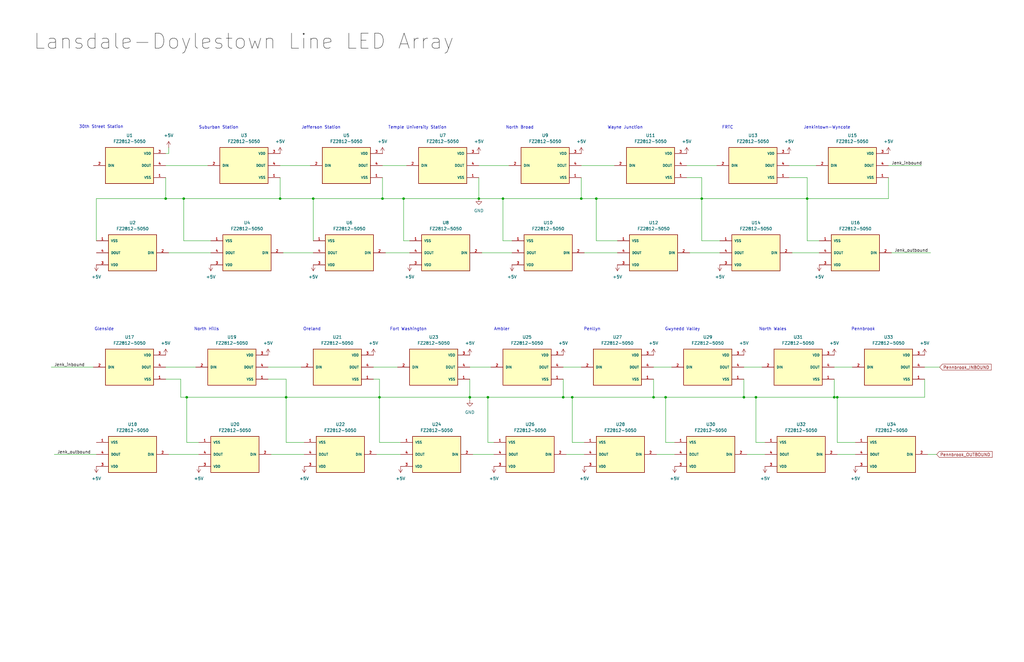
<source format=kicad_sch>
(kicad_sch (version 20231120) (generator "eeschema") (generator_version "8.0")
  (paper "B")
  (title_block (title "Lansdale Doylestown Line LED Array"))
  (lib_symbols
    (symbol "TrainTrackr-lib:FZ2812-5050" (pin_names (offset 1.016))
      (property "Reference" "U" (at -10.16 7.62 0))
      (property "Value" "FZ2812-5050" (at -10.16 -10.16 0))
      (symbol "FZ2812-5050_0_0"
        (rectangle (start -10.16 -7.62) (end 10.16 7.62) (stroke (width 0.254)) (fill (type background)))
        (pin power_in line (at 15.24 -5.08 180) (length 5.08) (name "VSS") (number "1"))
        (pin input line (at -15.24 0 0) (length 5.08) (name "DIN") (number "2"))
        (pin power_in line (at 15.24 5.08 180) (length 5.08) (name "VDD") (number "3"))
        (pin output line (at 15.24 0 180) (length 5.08) (name "DOUT") (number "4"))
      )
    )
    (symbol "power:+5V" (power) (pin_numbers hide) (pin_names (offset 0) hide)
      (property "Value" "+5V" (at 0 3.556 0))
      (symbol "+5V_0_1"
        (polyline (pts (xy -0.762 1.27) (xy 0 2.54)))
        (polyline (pts (xy 0 0) (xy 0 2.54)))
        (polyline (pts (xy 0 2.54) (xy 0.762 1.27)))
      )
      (symbol "+5V_1_1"
        (pin power_in line (at 0 0 90) (length 0) (name "~") (number "1"))
      )
    )
    (symbol "power:GND" (power) (pin_numbers hide) (pin_names (offset 0) hide)
      (property "Value" "GND" (at 0 -3.81 0))
      (symbol "GND_0_1"
        (polyline (pts (xy 0 0) (xy 0 -1.27) (xy 1.27 -1.27) (xy 0 -2.54) (xy -1.27 -1.27) (xy 0 -1.27)))
      )
      (symbol "GND_1_1"
        (pin power_in line (at 0 0 270) (length 0) (name "~") (number "1"))
      )
    )
  )
  (junction (at 318.77 167.64))
  (junction (at 237.49 167.64))
  (junction (at 241.3 167.64))
  (junction (at 275.59 167.64))
  (junction (at 353.06 167.64))
  (junction (at 351.79 167.64))
  (junction (at 170.18 83.82))
  (junction (at 118.11 83.82))
  (junction (at 313.69 167.64))
  (junction (at 205.74 167.64))
  (junction (at 245.11 83.82))
  (junction (at 201.93 83.82))
  (junction (at 198.12 167.64))
  (junction (at 132.08 83.82))
  (junction (at 280.67 167.64))
  (junction (at 251.46 83.82))
  (junction (at 77.47 83.82))
  (junction (at 212.09 83.82))
  (junction (at 340.36 83.82))
  (junction (at 161.29 83.82))
  (junction (at 69.85 83.82))
  (junction (at 160.02 167.64))
  (junction (at 120.65 167.64))
  (junction (at 78.74 167.64))
  (junction (at 295.91 83.82))
  (wire (pts (xy 275.59 167.64) (xy 241.3 167.64)))
  (wire (pts (xy 161.29 83.82) (xy 170.18 83.82)))
  (wire (pts (xy 160.02 186.69) (xy 160.02 167.64)))
  (wire (pts (xy 245.11 74.93) (xy 245.11 83.82)))
  (wire (pts (xy 120.65 167.64) (xy 160.02 167.64)))
  (wire (pts (xy 318.77 167.64) (xy 313.69 167.64)))
  (wire (pts (xy 161.29 74.93) (xy 161.29 83.82)))
  (wire (pts (xy 71.12 62.23) (xy 71.12 64.77)))
  (wire (pts (xy 71.12 64.77) (xy 69.85 64.77)))
  (wire (pts (xy 201.93 83.82) (xy 212.09 83.82)))
  (wire (pts (xy 389.89 154.94) (xy 396.24 154.94)))
  (wire (pts (xy 201.93 74.93) (xy 201.93 83.82)))
  (wire (pts (xy 351.79 154.94) (xy 359.41 154.94)))
  (wire (pts (xy 295.91 83.82) (xy 251.46 83.82)))
  (wire (pts (xy 245.11 69.85) (xy 259.08 69.85)))
  (wire (pts (xy 318.77 186.69) (xy 318.77 167.64)))
  (wire (pts (xy 374.65 83.82) (xy 340.36 83.82)))
  (wire (pts (xy 78.74 167.64) (xy 120.65 167.64)))
  (wire (pts (xy 40.64 101.6) (xy 40.64 83.82)))
  (wire (pts (xy 332.74 74.93) (xy 340.36 74.93)))
  (wire (pts (xy 276.86 191.77) (xy 284.48 191.77)))
  (wire (pts (xy 251.46 101.6) (xy 251.46 83.82)))
  (wire (pts (xy 198.12 167.64) (xy 198.12 168.91)))
  (wire (pts (xy 168.91 186.69) (xy 160.02 186.69)))
  (wire (pts (xy 374.65 69.85) (xy 388.62 69.85)))
  (wire (pts (xy 118.11 83.82) (xy 132.08 83.82)))
  (wire (pts (xy 314.96 191.77) (xy 322.58 191.77)))
  (wire (pts (xy 237.49 154.94) (xy 245.11 154.94)))
  (wire (pts (xy 157.48 154.94) (xy 167.64 154.94)))
  (wire (pts (xy 289.56 69.85) (xy 302.26 69.85)))
  (wire (pts (xy 275.59 154.94) (xy 283.21 154.94)))
  (wire (pts (xy 76.2 167.64) (xy 78.74 167.64)))
  (wire (pts (xy 199.39 191.77) (xy 208.28 191.77)))
  (wire (pts (xy 374.65 74.93) (xy 374.65 83.82)))
  (wire (pts (xy 280.67 186.69) (xy 280.67 167.64)))
  (wire (pts (xy 280.67 167.64) (xy 275.59 167.64)))
  (wire (pts (xy 88.9 101.6) (xy 77.47 101.6)))
  (wire (pts (xy 77.47 83.82) (xy 118.11 83.82)))
  (wire (pts (xy 289.56 74.93) (xy 295.91 74.93)))
  (wire (pts (xy 275.59 160.02) (xy 275.59 167.64)))
  (wire (pts (xy 76.2 160.02) (xy 76.2 167.64)))
  (wire (pts (xy 113.03 160.02) (xy 120.65 160.02)))
  (wire (pts (xy 119.38 106.68) (xy 132.08 106.68)))
  (wire (pts (xy 237.49 160.02) (xy 237.49 167.64)))
  (wire (pts (xy 353.06 167.64) (xy 351.79 167.64)))
  (wire (pts (xy 313.69 160.02) (xy 313.69 167.64)))
  (wire (pts (xy 170.18 101.6) (xy 170.18 83.82)))
  (wire (pts (xy 303.53 101.6) (xy 295.91 101.6)))
  (wire (pts (xy 375.92 106.68) (xy 392.43 106.68)))
  (wire (pts (xy 340.36 83.82) (xy 295.91 83.82)))
  (wire (pts (xy 212.09 83.82) (xy 245.11 83.82)))
  (wire (pts (xy 351.79 160.02) (xy 351.79 167.64)))
  (wire (pts (xy 158.75 191.77) (xy 168.91 191.77)))
  (wire (pts (xy 22.86 191.77) (xy 40.64 191.77)))
  (wire (pts (xy 389.89 167.64) (xy 353.06 167.64)))
  (wire (pts (xy 120.65 167.64) (xy 120.65 186.69)))
  (wire (pts (xy 198.12 154.94) (xy 207.01 154.94)))
  (wire (pts (xy 40.64 83.82) (xy 69.85 83.82)))
  (wire (pts (xy 237.49 167.64) (xy 205.74 167.64)))
  (wire (pts (xy 295.91 74.93) (xy 295.91 83.82)))
  (wire (pts (xy 389.89 160.02) (xy 389.89 167.64)))
  (wire (pts (xy 313.69 167.64) (xy 280.67 167.64)))
  (wire (pts (xy 71.12 191.77) (xy 83.82 191.77)))
  (wire (pts (xy 340.36 101.6) (xy 340.36 83.82)))
  (wire (pts (xy 69.85 154.94) (xy 82.55 154.94)))
  (wire (pts (xy 201.93 69.85) (xy 214.63 69.85)))
  (wire (pts (xy 172.72 101.6) (xy 170.18 101.6)))
  (wire (pts (xy 69.85 160.02) (xy 76.2 160.02)))
  (wire (pts (xy 205.74 186.69) (xy 205.74 167.64)))
  (wire (pts (xy 295.91 101.6) (xy 295.91 83.82)))
  (wire (pts (xy 391.16 191.77) (xy 394.97 191.77)))
  (wire (pts (xy 113.03 154.94) (xy 127 154.94)))
  (wire (pts (xy 78.74 186.69) (xy 78.74 167.64)))
  (wire (pts (xy 284.48 186.69) (xy 280.67 186.69)))
  (wire (pts (xy 215.9 101.6) (xy 212.09 101.6)))
  (wire (pts (xy 162.56 106.68) (xy 172.72 106.68)))
  (wire (pts (xy 313.69 154.94) (xy 321.31 154.94)))
  (wire (pts (xy 353.06 186.69) (xy 353.06 167.64)))
  (wire (pts (xy 160.02 167.64) (xy 198.12 167.64)))
  (wire (pts (xy 205.74 167.64) (xy 198.12 167.64)))
  (wire (pts (xy 114.3 191.77) (xy 128.27 191.77)))
  (wire (pts (xy 69.85 83.82) (xy 77.47 83.82)))
  (wire (pts (xy 208.28 186.69) (xy 205.74 186.69)))
  (wire (pts (xy 71.12 106.68) (xy 88.9 106.68)))
  (wire (pts (xy 132.08 83.82) (xy 161.29 83.82)))
  (wire (pts (xy 360.68 186.69) (xy 353.06 186.69)))
  (wire (pts (xy 251.46 83.82) (xy 245.11 83.82)))
  (wire (pts (xy 345.44 101.6) (xy 340.36 101.6)))
  (wire (pts (xy 160.02 160.02) (xy 160.02 167.64)))
  (wire (pts (xy 170.18 83.82) (xy 201.93 83.82)))
  (wire (pts (xy 118.11 74.93) (xy 118.11 83.82)))
  (wire (pts (xy 334.01 106.68) (xy 345.44 106.68)))
  (wire (pts (xy 238.76 191.77) (xy 246.38 191.77)))
  (wire (pts (xy 241.3 186.69) (xy 241.3 167.64)))
  (wire (pts (xy 203.2 106.68) (xy 215.9 106.68)))
  (wire (pts (xy 69.85 69.85) (xy 87.63 69.85)))
  (wire (pts (xy 120.65 160.02) (xy 120.65 167.64)))
  (wire (pts (xy 212.09 101.6) (xy 212.09 83.82)))
  (wire (pts (xy 21.59 154.94) (xy 39.37 154.94)))
  (wire (pts (xy 241.3 167.64) (xy 237.49 167.64)))
  (wire (pts (xy 128.27 186.69) (xy 120.65 186.69)))
  (wire (pts (xy 69.85 74.93) (xy 69.85 83.82)))
  (wire (pts (xy 322.58 186.69) (xy 318.77 186.69)))
  (wire (pts (xy 246.38 186.69) (xy 241.3 186.69)))
  (wire (pts (xy 132.08 101.6) (xy 132.08 83.82)))
  (wire (pts (xy 118.11 69.85) (xy 130.81 69.85)))
  (wire (pts (xy 246.38 106.68) (xy 260.35 106.68)))
  (wire (pts (xy 260.35 101.6) (xy 251.46 101.6)))
  (wire (pts (xy 77.47 101.6) (xy 77.47 83.82)))
  (wire (pts (xy 353.06 191.77) (xy 360.68 191.77)))
  (wire (pts (xy 198.12 160.02) (xy 198.12 167.64)))
  (wire (pts (xy 332.74 69.85) (xy 344.17 69.85)))
  (wire (pts (xy 340.36 74.93) (xy 340.36 83.82)))
  (wire (pts (xy 83.82 186.69) (xy 78.74 186.69)))
  (wire (pts (xy 290.83 106.68) (xy 303.53 106.68)))
  (wire (pts (xy 157.48 160.02) (xy 160.02 160.02)))
  (wire (pts (xy 161.29 69.85) (xy 171.45 69.85)))
  (wire (pts (xy 351.79 167.64) (xy 318.77 167.64)))
  (text "FRTC\n" (at 306.832 53.848 0) (effects (font (size 1.27 1.27))))
  (text "30th Street Station\n" (at 42.672 53.594 0) (effects (font (size 1.27 1.27))))
  (text "Fort Washington\n" (at 172.212 138.938 0) (effects (font (size 1.27 1.27))))
  (text "Penllyn" (at 249.682 138.938 0) (effects (font (size 1.27 1.27))))
  (text "North Hills" (at 87.122 138.938 0) (effects (font (size 1.27 1.27))))
  (text "Jenkintown-Wyncote" (at 348.742 53.848 0) (effects (font (size 1.27 1.27))))
  (text "Oreland" (at 131.572 138.938 0) (effects (font (size 1.27 1.27))))
  (text "Temple University Station\n" (at 176.022 53.848 0) (effects (font (size 1.27 1.27))))
  (text "Suburban Station\n" (at 92.202 53.848 0) (effects (font (size 1.27 1.27))))
  (text "North Wales" (at 325.882 138.938 0) (effects (font (size 1.27 1.27))))
  (text "Gwynedd Valley" (at 287.782 138.938 0) (effects (font (size 1.27 1.27))))
  (text "Wayne Junction" (at 263.652 53.848 0) (effects (font (size 1.27 1.27))))
  (text "Jefferson Station" (at 135.382 53.848 0) (effects (font (size 1.27 1.27))))
  (text "North Broad\n" (at 219.202 53.848 0) (effects (font (size 1.27 1.27))))
  (text "Ambler" (at 211.582 138.938 0) (effects (font (size 1.27 1.27))))
  (text "Pennbrook" (at 363.982 138.938 0) (effects (font (size 1.27 1.27))))
  (text "Glenside\n" (at 43.942 138.938 0) (effects (font (size 1.27 1.27))))
  (label "Jenk_outbound" (at 24.13 191.77 0))
  (label "Jenk_inbound" (at 375.92 69.85 0))
  (label "Jenk_outbound" (at 377.19 106.68 0))
  (label "Jenk_inbound" (at 22.86 154.94 0))
  (label "Lansdale-Doylestown Line LED Array" (at 13.97 22.86 0) (effects (font (size 6.35 6.35))))
  (global_label "Pennbrook_INBOUND" (shape input) (at 396.24 154.94 0) (property "Intersheetrefs" "${INTERSHEET_REFS}" (effects (hide yes))))
  (global_label "Pennbrook_OUTBOUND" (shape input) (at 394.97 191.77 0) (property "Intersheetrefs" "${INTERSHEET_REFS}" (effects (hide yes))))
  (symbol (lib_id "power:+5V") (at 237.49 149.86 0) (unit 1)
    (property "Reference" "#PWR021" (effects (hide yes)))
    (property "Value" "+5V" (at 237.49 144.78 0))
    (property "Description" "Power symbol creates a global label with name \"+5V\"" (effects (hide yes)))
  )
  (symbol (lib_id "power:+5V") (at 332.74 64.77 0) (unit 1)
    (property "Reference" "#PWR07" (effects (hide yes)))
    (property "Value" "+5V" (at 332.74 59.69 0))
    (property "Description" "Power symbol creates a global label with name \"+5V\"" (effects (hide yes)))
  )
  (symbol (lib_id "power:+5V") (at 88.9 111.76 180) (unit 1)
    (property "Reference" "#PWR010" (effects (hide yes)))
    (property "Value" "+5V" (at 88.9 116.84 0))
    (property "Description" "Power symbol creates a global label with name \"+5V\"" (effects (hide yes)))
  )
  (symbol (lib_id "TrainTrackr-lib:FZ2812-5050") (at 261.62 191.77 180) (unit 1)
    (property "Reference" "U28" (at 261.62 179.07 0))
    (property "Value" "FZ2812-5050" (at 261.62 181.61 0))
    (property "Footprint" "TrainTrackr-footprints:LED_FZ2812-5050" (effects (hide yes)))
    (property "PARTREV" "1" (effects (hide yes)))
    (property "STANDARD" "Manufacturer Recommendations" (effects (hide yes)))
    (property "SNAPEDA_PN" "FZ2812-5050" (effects (hide yes)))
    (property "MAXIMUM_PACKAGE_HEIGHT" "1.6mm" (effects (hide yes)))
    (property "MANUFACTURER" "Feztek" (effects (hide yes)))
  )
  (symbol (lib_id "TrainTrackr-lib:FZ2812-5050") (at 229.87 69.85 0) (unit 1)
    (property "Reference" "U9" (at 229.87 57.15 0))
    (property "Value" "FZ2812-5050" (at 229.87 59.69 0))
    (property "Footprint" "TrainTrackr-footprints:LED_FZ2812-5050" (effects (hide yes)))
    (property "PARTREV" "1" (effects (hide yes)))
    (property "STANDARD" "Manufacturer Recommendations" (effects (hide yes)))
    (property "SNAPEDA_PN" "FZ2812-5050" (effects (hide yes)))
    (property "MAXIMUM_PACKAGE_HEIGHT" "1.6mm" (effects (hide yes)))
    (property "MANUFACTURER" "Feztek" (effects (hide yes)))
  )
  (symbol (lib_id "power:+5V") (at 40.64 111.76 180) (unit 1)
    (property "Reference" "#PWR09" (effects (hide yes)))
    (property "Value" "+5V" (at 40.64 116.84 0))
    (property "Description" "Power symbol creates a global label with name \"+5V\"" (effects (hide yes)))
  )
  (symbol (lib_id "TrainTrackr-lib:FZ2812-5050") (at 318.77 106.68 180) (unit 1)
    (property "Reference" "U14" (at 318.77 93.98 0))
    (property "Value" "FZ2812-5050" (at 318.77 96.52 0))
    (property "Footprint" "TrainTrackr-footprints:LED_FZ2812-5050" (effects (hide yes)))
    (property "PARTREV" "1" (effects (hide yes)))
    (property "STANDARD" "Manufacturer Recommendations" (effects (hide yes)))
    (property "SNAPEDA_PN" "FZ2812-5050" (effects (hide yes)))
    (property "MAXIMUM_PACKAGE_HEIGHT" "1.6mm" (effects (hide yes)))
    (property "MANUFACTURER" "Feztek" (effects (hide yes)))
  )
  (symbol (lib_id "power:+5V") (at 275.59 149.86 0) (unit 1)
    (property "Reference" "#PWR020" (effects (hide yes)))
    (property "Value" "+5V" (at 275.59 144.78 0))
    (property "Description" "Power symbol creates a global label with name \"+5V\"" (effects (hide yes)))
  )
  (symbol (lib_id "TrainTrackr-lib:FZ2812-5050") (at 147.32 106.68 180) (unit 1)
    (property "Reference" "U6" (at 147.32 93.98 0))
    (property "Value" "FZ2812-5050" (at 147.32 96.52 0))
    (property "Footprint" "TrainTrackr-footprints:LED_FZ2812-5050" (effects (hide yes)))
    (property "PARTREV" "1" (effects (hide yes)))
    (property "STANDARD" "Manufacturer Recommendations" (effects (hide yes)))
    (property "SNAPEDA_PN" "FZ2812-5050" (effects (hide yes)))
    (property "MAXIMUM_PACKAGE_HEIGHT" "1.6mm" (effects (hide yes)))
    (property "MANUFACTURER" "Feztek" (effects (hide yes)))
  )
  (symbol (lib_id "TrainTrackr-lib:FZ2812-5050") (at 187.96 106.68 180) (unit 1)
    (property "Reference" "U8" (at 187.96 93.98 0))
    (property "Value" "FZ2812-5050" (at 187.96 96.52 0))
    (property "Footprint" "TrainTrackr-footprints:LED_FZ2812-5050" (effects (hide yes)))
    (property "PARTREV" "1" (effects (hide yes)))
    (property "STANDARD" "Manufacturer Recommendations" (effects (hide yes)))
    (property "SNAPEDA_PN" "FZ2812-5050" (effects (hide yes)))
    (property "MAXIMUM_PACKAGE_HEIGHT" "1.6mm" (effects (hide yes)))
    (property "MANUFACTURER" "Feztek" (effects (hide yes)))
  )
  (symbol (lib_id "TrainTrackr-lib:FZ2812-5050") (at 186.69 69.85 0) (unit 1)
    (property "Reference" "U7" (at 186.69 57.15 0))
    (property "Value" "FZ2812-5050" (at 186.69 59.69 0))
    (property "Footprint" "TrainTrackr-footprints:LED_FZ2812-5050" (effects (hide yes)))
    (property "PARTREV" "1" (effects (hide yes)))
    (property "STANDARD" "Manufacturer Recommendations" (effects (hide yes)))
    (property "SNAPEDA_PN" "FZ2812-5050" (effects (hide yes)))
    (property "MAXIMUM_PACKAGE_HEIGHT" "1.6mm" (effects (hide yes)))
    (property "MANUFACTURER" "Feztek" (effects (hide yes)))
  )
  (symbol (lib_id "TrainTrackr-lib:FZ2812-5050") (at 317.5 69.85 0) (unit 1)
    (property "Reference" "U13" (at 317.5 57.15 0))
    (property "Value" "FZ2812-5050" (at 317.5 59.69 0))
    (property "Footprint" "TrainTrackr-footprints:LED_FZ2812-5050" (effects (hide yes)))
    (property "PARTREV" "1" (effects (hide yes)))
    (property "STANDARD" "Manufacturer Recommendations" (effects (hide yes)))
    (property "SNAPEDA_PN" "FZ2812-5050" (effects (hide yes)))
    (property "MAXIMUM_PACKAGE_HEIGHT" "1.6mm" (effects (hide yes)))
    (property "MANUFACTURER" "Feztek" (effects (hide yes)))
  )
  (symbol (lib_id "power:+5V") (at 389.89 149.86 0) (unit 1)
    (property "Reference" "#PWR017" (effects (hide yes)))
    (property "Value" "+5V" (at 389.89 144.78 0))
    (property "Description" "Power symbol creates a global label with name \"+5V\"" (effects (hide yes)))
  )
  (symbol (lib_id "TrainTrackr-lib:FZ2812-5050") (at 299.72 191.77 180) (unit 1)
    (property "Reference" "U30" (at 299.72 179.07 0))
    (property "Value" "FZ2812-5050" (at 299.72 181.61 0))
    (property "Footprint" "TrainTrackr-footprints:LED_FZ2812-5050" (effects (hide yes)))
    (property "PARTREV" "1" (effects (hide yes)))
    (property "STANDARD" "Manufacturer Recommendations" (effects (hide yes)))
    (property "SNAPEDA_PN" "FZ2812-5050" (effects (hide yes)))
    (property "MAXIMUM_PACKAGE_HEIGHT" "1.6mm" (effects (hide yes)))
    (property "MANUFACTURER" "Feztek" (effects (hide yes)))
  )
  (symbol (lib_id "power:+5V") (at 313.69 149.86 0) (unit 1)
    (property "Reference" "#PWR019" (effects (hide yes)))
    (property "Value" "+5V" (at 313.69 144.78 0))
    (property "Description" "Power symbol creates a global label with name \"+5V\"" (effects (hide yes)))
  )
  (symbol (lib_id "TrainTrackr-lib:FZ2812-5050") (at 143.51 191.77 180) (unit 1)
    (property "Reference" "U22" (at 143.51 179.07 0))
    (property "Value" "FZ2812-5050" (at 143.51 181.61 0))
    (property "Footprint" "TrainTrackr-footprints:LED_FZ2812-5050" (effects (hide yes)))
    (property "PARTREV" "1" (effects (hide yes)))
    (property "STANDARD" "Manufacturer Recommendations" (effects (hide yes)))
    (property "SNAPEDA_PN" "FZ2812-5050" (effects (hide yes)))
    (property "MAXIMUM_PACKAGE_HEIGHT" "1.6mm" (effects (hide yes)))
    (property "MANUFACTURER" "Feztek" (effects (hide yes)))
  )
  (symbol (lib_id "TrainTrackr-lib:FZ2812-5050") (at 223.52 191.77 180) (unit 1)
    (property "Reference" "U26" (at 223.52 179.07 0))
    (property "Value" "FZ2812-5050" (at 223.52 181.61 0))
    (property "Footprint" "TrainTrackr-footprints:LED_FZ2812-5050" (effects (hide yes)))
    (property "PARTREV" "1" (effects (hide yes)))
    (property "STANDARD" "Manufacturer Recommendations" (effects (hide yes)))
    (property "SNAPEDA_PN" "FZ2812-5050" (effects (hide yes)))
    (property "MAXIMUM_PACKAGE_HEIGHT" "1.6mm" (effects (hide yes)))
    (property "MANUFACTURER" "Feztek" (effects (hide yes)))
  )
  (symbol (lib_id "power:+5V") (at 168.91 196.85 180) (unit 1)
    (property "Reference" "#PWR029" (effects (hide yes)))
    (property "Value" "+5V" (at 168.91 201.93 0))
    (property "Description" "Power symbol creates a global label with name \"+5V\"" (effects (hide yes)))
  )
  (symbol (lib_id "power:+5V") (at 128.27 196.85 180) (unit 1)
    (property "Reference" "#PWR028" (effects (hide yes)))
    (property "Value" "+5V" (at 128.27 201.93 0))
    (property "Description" "Power symbol creates a global label with name \"+5V\"" (effects (hide yes)))
  )
  (symbol (lib_id "TrainTrackr-lib:FZ2812-5050") (at 54.61 154.94 0) (unit 1)
    (property "Reference" "U17" (at 54.61 142.24 0))
    (property "Value" "FZ2812-5050" (at 54.61 144.78 0))
    (property "Footprint" "TrainTrackr-footprints:LED_FZ2812-5050" (effects (hide yes)))
    (property "PARTREV" "1" (effects (hide yes)))
    (property "STANDARD" "Manufacturer Recommendations" (effects (hide yes)))
    (property "SNAPEDA_PN" "FZ2812-5050" (effects (hide yes)))
    (property "MAXIMUM_PACKAGE_HEIGHT" "1.6mm" (effects (hide yes)))
    (property "MANUFACTURER" "Feztek" (effects (hide yes)))
  )
  (symbol (lib_id "TrainTrackr-lib:FZ2812-5050") (at 374.65 154.94 0) (unit 1)
    (property "Reference" "U33" (at 374.65 142.24 0))
    (property "Value" "FZ2812-5050" (at 374.65 144.78 0))
    (property "Footprint" "TrainTrackr-footprints:LED_FZ2812-5050" (effects (hide yes)))
    (property "PARTREV" "1" (effects (hide yes)))
    (property "STANDARD" "Manufacturer Recommendations" (effects (hide yes)))
    (property "SNAPEDA_PN" "FZ2812-5050" (effects (hide yes)))
    (property "MAXIMUM_PACKAGE_HEIGHT" "1.6mm" (effects (hide yes)))
    (property "MANUFACTURER" "Feztek" (effects (hide yes)))
  )
  (symbol (lib_id "power:+5V") (at 40.64 196.85 180) (unit 1)
    (property "Reference" "#PWR026" (effects (hide yes)))
    (property "Value" "+5V" (at 40.64 201.93 0))
    (property "Description" "Power symbol creates a global label with name \"+5V\"" (effects (hide yes)))
  )
  (symbol (lib_id "TrainTrackr-lib:FZ2812-5050") (at 260.35 154.94 0) (unit 1)
    (property "Reference" "U27" (at 260.35 142.24 0))
    (property "Value" "FZ2812-5050" (at 260.35 144.78 0))
    (property "Footprint" "TrainTrackr-footprints:LED_FZ2812-5050" (effects (hide yes)))
    (property "PARTREV" "1" (effects (hide yes)))
    (property "STANDARD" "Manufacturer Recommendations" (effects (hide yes)))
    (property "SNAPEDA_PN" "FZ2812-5050" (effects (hide yes)))
    (property "MAXIMUM_PACKAGE_HEIGHT" "1.6mm" (effects (hide yes)))
    (property "MANUFACTURER" "Feztek" (effects (hide yes)))
  )
  (symbol (lib_id "power:GND") (at 201.93 83.82 0) (unit 1)
    (property "Reference" "#PWR053" (effects (hide yes)))
    (property "Value" "GND" (at 201.93 88.9 0))
    (property "Description" "Power symbol creates a global label with name \"GND\" , ground" (effects (hide yes)))
  )
  (symbol (lib_id "TrainTrackr-lib:FZ2812-5050") (at 222.25 154.94 0) (unit 1)
    (property "Reference" "U25" (at 222.25 142.24 0))
    (property "Value" "FZ2812-5050" (at 222.25 144.78 0))
    (property "Footprint" "TrainTrackr-footprints:LED_FZ2812-5050" (effects (hide yes)))
    (property "PARTREV" "1" (effects (hide yes)))
    (property "STANDARD" "Manufacturer Recommendations" (effects (hide yes)))
    (property "SNAPEDA_PN" "FZ2812-5050" (effects (hide yes)))
    (property "MAXIMUM_PACKAGE_HEIGHT" "1.6mm" (effects (hide yes)))
    (property "MANUFACTURER" "Feztek" (effects (hide yes)))
  )
  (symbol (lib_id "TrainTrackr-lib:FZ2812-5050") (at 231.14 106.68 180) (unit 1)
    (property "Reference" "U10" (at 231.14 93.98 0))
    (property "Value" "FZ2812-5050" (at 231.14 96.52 0))
    (property "Footprint" "TrainTrackr-footprints:LED_FZ2812-5050" (effects (hide yes)))
    (property "PARTREV" "1" (effects (hide yes)))
    (property "STANDARD" "Manufacturer Recommendations" (effects (hide yes)))
    (property "SNAPEDA_PN" "FZ2812-5050" (effects (hide yes)))
    (property "MAXIMUM_PACKAGE_HEIGHT" "1.6mm" (effects (hide yes)))
    (property "MANUFACTURER" "Feztek" (effects (hide yes)))
  )
  (symbol (lib_id "TrainTrackr-lib:FZ2812-5050") (at 375.92 191.77 180) (unit 1)
    (property "Reference" "U34" (at 375.92 179.07 0))
    (property "Value" "FZ2812-5050" (at 375.92 181.61 0))
    (property "Footprint" "TrainTrackr-footprints:LED_FZ2812-5050" (effects (hide yes)))
    (property "PARTREV" "1" (effects (hide yes)))
    (property "STANDARD" "Manufacturer Recommendations" (effects (hide yes)))
    (property "SNAPEDA_PN" "FZ2812-5050" (effects (hide yes)))
    (property "MAXIMUM_PACKAGE_HEIGHT" "1.6mm" (effects (hide yes)))
    (property "MANUFACTURER" "Feztek" (effects (hide yes)))
  )
  (symbol (lib_id "power:+5V") (at 201.93 64.77 0) (unit 1)
    (property "Reference" "#PWR04" (effects (hide yes)))
    (property "Value" "+5V" (at 201.93 59.69 0))
    (property "Description" "Power symbol creates a global label with name \"+5V\"" (effects (hide yes)))
  )
  (symbol (lib_id "TrainTrackr-lib:FZ2812-5050") (at 146.05 69.85 0) (unit 1)
    (property "Reference" "U5" (at 146.05 57.15 0))
    (property "Value" "FZ2812-5050" (at 146.05 59.69 0))
    (property "Footprint" "TrainTrackr-footprints:LED_FZ2812-5050" (effects (hide yes)))
    (property "PARTREV" "1" (effects (hide yes)))
    (property "STANDARD" "Manufacturer Recommendations" (effects (hide yes)))
    (property "SNAPEDA_PN" "FZ2812-5050" (effects (hide yes)))
    (property "MAXIMUM_PACKAGE_HEIGHT" "1.6mm" (effects (hide yes)))
    (property "MANUFACTURER" "Feztek" (effects (hide yes)))
  )
  (symbol (lib_id "TrainTrackr-lib:FZ2812-5050") (at 359.41 69.85 0) (unit 1)
    (property "Reference" "U15" (at 359.41 57.15 0))
    (property "Value" "FZ2812-5050" (at 359.41 59.69 0))
    (property "Footprint" "TrainTrackr-footprints:LED_FZ2812-5050" (effects (hide yes)))
    (property "PARTREV" "1" (effects (hide yes)))
    (property "STANDARD" "Manufacturer Recommendations" (effects (hide yes)))
    (property "SNAPEDA_PN" "FZ2812-5050" (effects (hide yes)))
    (property "MAXIMUM_PACKAGE_HEIGHT" "1.6mm" (effects (hide yes)))
    (property "MANUFACTURER" "Feztek" (effects (hide yes)))
  )
  (symbol (lib_id "power:+5V") (at 215.9 111.76 180) (unit 1)
    (property "Reference" "#PWR013" (effects (hide yes)))
    (property "Value" "+5V" (at 215.9 116.84 0))
    (property "Description" "Power symbol creates a global label with name \"+5V\"" (effects (hide yes)))
  )
  (symbol (lib_id "TrainTrackr-lib:FZ2812-5050") (at 55.88 106.68 180) (unit 1)
    (property "Reference" "U2" (at 55.88 93.98 0))
    (property "Value" "FZ2812-5050" (at 55.88 96.52 0))
    (property "Footprint" "TrainTrackr-footprints:LED_FZ2812-5050" (effects (hide yes)))
    (property "PARTREV" "1" (effects (hide yes)))
    (property "STANDARD" "Manufacturer Recommendations" (effects (hide yes)))
    (property "SNAPEDA_PN" "FZ2812-5050" (effects (hide yes)))
    (property "MAXIMUM_PACKAGE_HEIGHT" "1.6mm" (effects (hide yes)))
    (property "MANUFACTURER" "Feztek" (effects (hide yes)))
  )
  (symbol (lib_id "power:+5V") (at 360.68 196.85 180) (unit 1)
    (property "Reference" "#PWR034" (effects (hide yes)))
    (property "Value" "+5V" (at 360.68 201.93 0))
    (property "Description" "Power symbol creates a global label with name \"+5V\"" (effects (hide yes)))
  )
  (symbol (lib_id "power:+5V") (at 245.11 64.77 0) (unit 1)
    (property "Reference" "#PWR05" (effects (hide yes)))
    (property "Value" "+5V" (at 245.11 59.69 0))
    (property "Description" "Power symbol creates a global label with name \"+5V\"" (effects (hide yes)))
  )
  (symbol (lib_id "power:+5V") (at 71.12 62.23 0) (unit 1)
    (property "Reference" "#PWR01" (effects (hide yes)))
    (property "Value" "+5V" (at 71.12 57.15 0))
    (property "Description" "Power symbol creates a global label with name \"+5V\"" (effects (hide yes)))
  )
  (symbol (lib_id "power:+5V") (at 351.79 149.86 0) (unit 1)
    (property "Reference" "#PWR018" (effects (hide yes)))
    (property "Value" "+5V" (at 351.79 144.78 0))
    (property "Description" "Power symbol creates a global label with name \"+5V\"" (effects (hide yes)))
  )
  (symbol (lib_id "power:+5V") (at 374.65 64.77 0) (unit 1)
    (property "Reference" "#PWR08" (effects (hide yes)))
    (property "Value" "+5V" (at 374.65 59.69 0))
    (property "Description" "Power symbol creates a global label with name \"+5V\"" (effects (hide yes)))
  )
  (symbol (lib_id "power:+5V") (at 260.35 111.76 180) (unit 1)
    (property "Reference" "#PWR014" (effects (hide yes)))
    (property "Value" "+5V" (at 260.35 116.84 0))
    (property "Description" "Power symbol creates a global label with name \"+5V\"" (effects (hide yes)))
  )
  (symbol (lib_id "TrainTrackr-lib:FZ2812-5050") (at 336.55 154.94 0) (unit 1)
    (property "Reference" "U31" (at 336.55 142.24 0))
    (property "Value" "FZ2812-5050" (at 336.55 144.78 0))
    (property "Footprint" "TrainTrackr-footprints:LED_FZ2812-5050" (effects (hide yes)))
    (property "PARTREV" "1" (effects (hide yes)))
    (property "STANDARD" "Manufacturer Recommendations" (effects (hide yes)))
    (property "SNAPEDA_PN" "FZ2812-5050" (effects (hide yes)))
    (property "MAXIMUM_PACKAGE_HEIGHT" "1.6mm" (effects (hide yes)))
    (property "MANUFACTURER" "Feztek" (effects (hide yes)))
  )
  (symbol (lib_id "power:+5V") (at 208.28 196.85 180) (unit 1)
    (property "Reference" "#PWR030" (effects (hide yes)))
    (property "Value" "+5V" (at 208.28 201.93 0))
    (property "Description" "Power symbol creates a global label with name \"+5V\"" (effects (hide yes)))
  )
  (symbol (lib_id "power:+5V") (at 198.12 149.86 0) (unit 1)
    (property "Reference" "#PWR022" (effects (hide yes)))
    (property "Value" "+5V" (at 198.12 144.78 0))
    (property "Description" "Power symbol creates a global label with name \"+5V\"" (effects (hide yes)))
  )
  (symbol (lib_id "power:+5V") (at 172.72 111.76 180) (unit 1)
    (property "Reference" "#PWR012" (effects (hide yes)))
    (property "Value" "+5V" (at 172.72 116.84 0))
    (property "Description" "Power symbol creates a global label with name \"+5V\"" (effects (hide yes)))
  )
  (symbol (lib_id "power:+5V") (at 83.82 196.85 180) (unit 1)
    (property "Reference" "#PWR027" (effects (hide yes)))
    (property "Value" "+5V" (at 83.82 201.93 0))
    (property "Description" "Power symbol creates a global label with name \"+5V\"" (effects (hide yes)))
  )
  (symbol (lib_id "TrainTrackr-lib:FZ2812-5050") (at 97.79 154.94 0) (unit 1)
    (property "Reference" "U19" (at 97.79 142.24 0))
    (property "Value" "FZ2812-5050" (at 97.79 144.78 0))
    (property "Footprint" "TrainTrackr-footprints:LED_FZ2812-5050" (effects (hide yes)))
    (property "PARTREV" "1" (effects (hide yes)))
    (property "STANDARD" "Manufacturer Recommendations" (effects (hide yes)))
    (property "SNAPEDA_PN" "FZ2812-5050" (effects (hide yes)))
    (property "MAXIMUM_PACKAGE_HEIGHT" "1.6mm" (effects (hide yes)))
    (property "MANUFACTURER" "Feztek" (effects (hide yes)))
  )
  (symbol (lib_id "power:+5V") (at 118.11 64.77 0) (unit 1)
    (property "Reference" "#PWR02" (effects (hide yes)))
    (property "Value" "+5V" (at 118.11 59.69 0))
    (property "Description" "Power symbol creates a global label with name \"+5V\"" (effects (hide yes)))
  )
  (symbol (lib_id "power:+5V") (at 322.58 196.85 180) (unit 1)
    (property "Reference" "#PWR033" (effects (hide yes)))
    (property "Value" "+5V" (at 322.58 201.93 0))
    (property "Description" "Power symbol creates a global label with name \"+5V\"" (effects (hide yes)))
  )
  (symbol (lib_id "TrainTrackr-lib:FZ2812-5050") (at 55.88 191.77 180) (unit 1)
    (property "Reference" "U18" (at 55.88 179.07 0))
    (property "Value" "FZ2812-5050" (at 55.88 181.61 0))
    (property "Footprint" "TrainTrackr-footprints:LED_FZ2812-5050" (effects (hide yes)))
    (property "PARTREV" "1" (effects (hide yes)))
    (property "STANDARD" "Manufacturer Recommendations" (effects (hide yes)))
    (property "SNAPEDA_PN" "FZ2812-5050" (effects (hide yes)))
    (property "MAXIMUM_PACKAGE_HEIGHT" "1.6mm" (effects (hide yes)))
    (property "MANUFACTURER" "Feztek" (effects (hide yes)))
  )
  (symbol (lib_id "power:+5V") (at 113.03 149.86 0) (unit 1)
    (property "Reference" "#PWR024" (effects (hide yes)))
    (property "Value" "+5V" (at 113.03 144.78 0))
    (property "Description" "Power symbol creates a global label with name \"+5V\"" (effects (hide yes)))
  )
  (symbol (lib_id "TrainTrackr-lib:FZ2812-5050") (at 182.88 154.94 0) (unit 1)
    (property "Reference" "U23" (at 182.88 142.24 0))
    (property "Value" "FZ2812-5050" (at 182.88 144.78 0))
    (property "Footprint" "TrainTrackr-footprints:LED_FZ2812-5050" (effects (hide yes)))
    (property "PARTREV" "1" (effects (hide yes)))
    (property "STANDARD" "Manufacturer Recommendations" (effects (hide yes)))
    (property "SNAPEDA_PN" "FZ2812-5050" (effects (hide yes)))
    (property "MAXIMUM_PACKAGE_HEIGHT" "1.6mm" (effects (hide yes)))
    (property "MANUFACTURER" "Feztek" (effects (hide yes)))
  )
  (symbol (lib_id "TrainTrackr-lib:FZ2812-5050") (at 102.87 69.85 0) (unit 1)
    (property "Reference" "U3" (at 102.87 57.15 0))
    (property "Value" "FZ2812-5050" (at 102.87 59.69 0))
    (property "Footprint" "TrainTrackr-footprints:LED_FZ2812-5050" (effects (hide yes)))
    (property "PARTREV" "1" (effects (hide yes)))
    (property "STANDARD" "Manufacturer Recommendations" (effects (hide yes)))
    (property "SNAPEDA_PN" "FZ2812-5050" (effects (hide yes)))
    (property "MAXIMUM_PACKAGE_HEIGHT" "1.6mm" (effects (hide yes)))
    (property "MANUFACTURER" "Feztek" (effects (hide yes)))
  )
  (symbol (lib_id "TrainTrackr-lib:FZ2812-5050") (at 298.45 154.94 0) (unit 1)
    (property "Reference" "U29" (at 298.45 142.24 0))
    (property "Value" "FZ2812-5050" (at 298.45 144.78 0))
    (property "Footprint" "TrainTrackr-footprints:LED_FZ2812-5050" (effects (hide yes)))
    (property "PARTREV" "1" (effects (hide yes)))
    (property "STANDARD" "Manufacturer Recommendations" (effects (hide yes)))
    (property "SNAPEDA_PN" "FZ2812-5050" (effects (hide yes)))
    (property "MAXIMUM_PACKAGE_HEIGHT" "1.6mm" (effects (hide yes)))
    (property "MANUFACTURER" "Feztek" (effects (hide yes)))
  )
  (symbol (lib_id "TrainTrackr-lib:FZ2812-5050") (at 99.06 191.77 180) (unit 1)
    (property "Reference" "U20" (at 99.06 179.07 0))
    (property "Value" "FZ2812-5050" (at 99.06 181.61 0))
    (property "Footprint" "TrainTrackr-footprints:LED_FZ2812-5050" (effects (hide yes)))
    (property "PARTREV" "1" (effects (hide yes)))
    (property "STANDARD" "Manufacturer Recommendations" (effects (hide yes)))
    (property "SNAPEDA_PN" "FZ2812-5050" (effects (hide yes)))
    (property "MAXIMUM_PACKAGE_HEIGHT" "1.6mm" (effects (hide yes)))
    (property "MANUFACTURER" "Feztek" (effects (hide yes)))
  )
  (symbol (lib_id "TrainTrackr-lib:FZ2812-5050") (at 184.15 191.77 180) (unit 1)
    (property "Reference" "U24" (at 184.15 179.07 0))
    (property "Value" "FZ2812-5050" (at 184.15 181.61 0))
    (property "Footprint" "TrainTrackr-footprints:LED_FZ2812-5050" (effects (hide yes)))
    (property "PARTREV" "1" (effects (hide yes)))
    (property "STANDARD" "Manufacturer Recommendations" (effects (hide yes)))
    (property "SNAPEDA_PN" "FZ2812-5050" (effects (hide yes)))
    (property "MAXIMUM_PACKAGE_HEIGHT" "1.6mm" (effects (hide yes)))
    (property "MANUFACTURER" "Feztek" (effects (hide yes)))
  )
  (symbol (lib_id "TrainTrackr-lib:FZ2812-5050") (at 104.14 106.68 180) (unit 1)
    (property "Reference" "U4" (at 104.14 93.98 0))
    (property "Value" "FZ2812-5050" (at 104.14 96.52 0))
    (property "Footprint" "TrainTrackr-footprints:LED_FZ2812-5050" (effects (hide yes)))
    (property "PARTREV" "1" (effects (hide yes)))
    (property "STANDARD" "Manufacturer Recommendations" (effects (hide yes)))
    (property "SNAPEDA_PN" "FZ2812-5050" (effects (hide yes)))
    (property "MAXIMUM_PACKAGE_HEIGHT" "1.6mm" (effects (hide yes)))
    (property "MANUFACTURER" "Feztek" (effects (hide yes)))
  )
  (symbol (lib_id "TrainTrackr-lib:FZ2812-5050") (at 142.24 154.94 0) (unit 1)
    (property "Reference" "U21" (at 142.24 142.24 0))
    (property "Value" "FZ2812-5050" (at 142.24 144.78 0))
    (property "Footprint" "TrainTrackr-footprints:LED_FZ2812-5050" (effects (hide yes)))
    (property "PARTREV" "1" (effects (hide yes)))
    (property "STANDARD" "Manufacturer Recommendations" (effects (hide yes)))
    (property "SNAPEDA_PN" "FZ2812-5050" (effects (hide yes)))
    (property "MAXIMUM_PACKAGE_HEIGHT" "1.6mm" (effects (hide yes)))
    (property "MANUFACTURER" "Feztek" (effects (hide yes)))
  )
  (symbol (lib_id "TrainTrackr-lib:FZ2812-5050") (at 275.59 106.68 180) (unit 1)
    (property "Reference" "U12" (at 275.59 93.98 0))
    (property "Value" "FZ2812-5050" (at 275.59 96.52 0))
    (property "Footprint" "TrainTrackr-footprints:LED_FZ2812-5050" (effects (hide yes)))
    (property "PARTREV" "1" (effects (hide yes)))
    (property "STANDARD" "Manufacturer Recommendations" (effects (hide yes)))
    (property "SNAPEDA_PN" "FZ2812-5050" (effects (hide yes)))
    (property "MAXIMUM_PACKAGE_HEIGHT" "1.6mm" (effects (hide yes)))
    (property "MANUFACTURER" "Feztek" (effects (hide yes)))
  )
  (symbol (lib_id "TrainTrackr-lib:FZ2812-5050") (at 54.61 69.85 0) (unit 1)
    (property "Reference" "U1" (at 54.61 57.15 0))
    (property "Value" "FZ2812-5050" (at 54.61 59.69 0))
    (property "Footprint" "TrainTrackr-footprints:LED_FZ2812-5050" (effects (hide yes)))
    (property "PARTREV" "1" (effects (hide yes)))
    (property "STANDARD" "Manufacturer Recommendations" (effects (hide yes)))
    (property "SNAPEDA_PN" "FZ2812-5050" (effects (hide yes)))
    (property "MAXIMUM_PACKAGE_HEIGHT" "1.6mm" (effects (hide yes)))
    (property "MANUFACTURER" "Feztek" (effects (hide yes)))
  )
  (symbol (lib_id "power:+5V") (at 303.53 111.76 180) (unit 1)
    (property "Reference" "#PWR015" (effects (hide yes)))
    (property "Value" "+5V" (at 303.53 116.84 0))
    (property "Description" "Power symbol creates a global label with name \"+5V\"" (effects (hide yes)))
  )
  (symbol (lib_id "power:+5V") (at 69.85 149.86 0) (unit 1)
    (property "Reference" "#PWR025" (effects (hide yes)))
    (property "Value" "+5V" (at 69.85 144.78 0))
    (property "Description" "Power symbol creates a global label with name \"+5V\"" (effects (hide yes)))
  )
  (symbol (lib_id "TrainTrackr-lib:FZ2812-5050") (at 274.32 69.85 0) (unit 1)
    (property "Reference" "U11" (at 274.32 57.15 0))
    (property "Value" "FZ2812-5050" (at 274.32 59.69 0))
    (property "Footprint" "TrainTrackr-footprints:LED_FZ2812-5050" (effects (hide yes)))
    (property "PARTREV" "1" (effects (hide yes)))
    (property "STANDARD" "Manufacturer Recommendations" (effects (hide yes)))
    (property "SNAPEDA_PN" "FZ2812-5050" (effects (hide yes)))
    (property "MAXIMUM_PACKAGE_HEIGHT" "1.6mm" (effects (hide yes)))
    (property "MANUFACTURER" "Feztek" (effects (hide yes)))
  )
  (symbol (lib_id "TrainTrackr-lib:FZ2812-5050") (at 337.82 191.77 180) (unit 1)
    (property "Reference" "U32" (at 337.82 179.07 0))
    (property "Value" "FZ2812-5050" (at 337.82 181.61 0))
    (property "Footprint" "TrainTrackr-footprints:LED_FZ2812-5050" (effects (hide yes)))
    (property "PARTREV" "1" (effects (hide yes)))
    (property "STANDARD" "Manufacturer Recommendations" (effects (hide yes)))
    (property "SNAPEDA_PN" "FZ2812-5050" (effects (hide yes)))
    (property "MAXIMUM_PACKAGE_HEIGHT" "1.6mm" (effects (hide yes)))
    (property "MANUFACTURER" "Feztek" (effects (hide yes)))
  )
  (symbol (lib_id "power:+5V") (at 345.44 111.76 180) (unit 1)
    (property "Reference" "#PWR016" (effects (hide yes)))
    (property "Value" "+5V" (at 345.44 116.84 0))
    (property "Description" "Power symbol creates a global label with name \"+5V\"" (effects (hide yes)))
  )
  (symbol (lib_id "power:+5V") (at 289.56 64.77 0) (unit 1)
    (property "Reference" "#PWR06" (effects (hide yes)))
    (property "Value" "+5V" (at 289.56 59.69 0))
    (property "Description" "Power symbol creates a global label with name \"+5V\"" (effects (hide yes)))
  )
  (symbol (lib_id "power:+5V") (at 157.48 149.86 0) (unit 1)
    (property "Reference" "#PWR023" (effects (hide yes)))
    (property "Value" "+5V" (at 157.48 144.78 0))
    (property "Description" "Power symbol creates a global label with name \"+5V\"" (effects (hide yes)))
  )
  (symbol (lib_id "power:GND") (at 198.12 168.91 0) (unit 1)
    (property "Reference" "#PWR054" (effects (hide yes)))
    (property "Value" "GND" (at 198.12 173.99 0))
    (property "Description" "Power symbol creates a global label with name \"GND\" , ground" (effects (hide yes)))
  )
  (symbol (lib_id "power:+5V") (at 246.38 196.85 180) (unit 1)
    (property "Reference" "#PWR031" (effects (hide yes)))
    (property "Value" "+5V" (at 246.38 201.93 0))
    (property "Description" "Power symbol creates a global label with name \"+5V\"" (effects (hide yes)))
  )
  (symbol (lib_id "TrainTrackr-lib:FZ2812-5050") (at 360.68 106.68 180) (unit 1)
    (property "Reference" "U16" (at 360.68 93.98 0))
    (property "Value" "FZ2812-5050" (at 360.68 96.52 0))
    (property "Footprint" "TrainTrackr-footprints:LED_FZ2812-5050" (effects (hide yes)))
    (property "PARTREV" "1" (effects (hide yes)))
    (property "STANDARD" "Manufacturer Recommendations" (effects (hide yes)))
    (property "SNAPEDA_PN" "FZ2812-5050" (effects (hide yes)))
    (property "MAXIMUM_PACKAGE_HEIGHT" "1.6mm" (effects (hide yes)))
    (property "MANUFACTURER" "Feztek" (effects (hide yes)))
  )
  (symbol (lib_id "power:+5V") (at 132.08 111.76 180) (unit 1)
    (property "Reference" "#PWR011" (effects (hide yes)))
    (property "Value" "+5V" (at 132.08 116.84 0))
    (property "Description" "Power symbol creates a global label with name \"+5V\"" (effects (hide yes)))
  )
  (symbol (lib_id "power:+5V") (at 284.48 196.85 180) (unit 1)
    (property "Reference" "#PWR032" (effects (hide yes)))
    (property "Value" "+5V" (at 284.48 201.93 0))
    (property "Description" "Power symbol creates a global label with name \"+5V\"" (effects (hide yes)))
  )
  (symbol (lib_id "power:+5V") (at 161.29 64.77 0) (unit 1)
    (property "Reference" "#PWR03" (effects (hide yes)))
    (property "Value" "+5V" (at 161.29 59.69 0))
    (property "Description" "Power symbol creates a global label with name \"+5V\"" (effects (hide yes)))
  )
)
</source>
